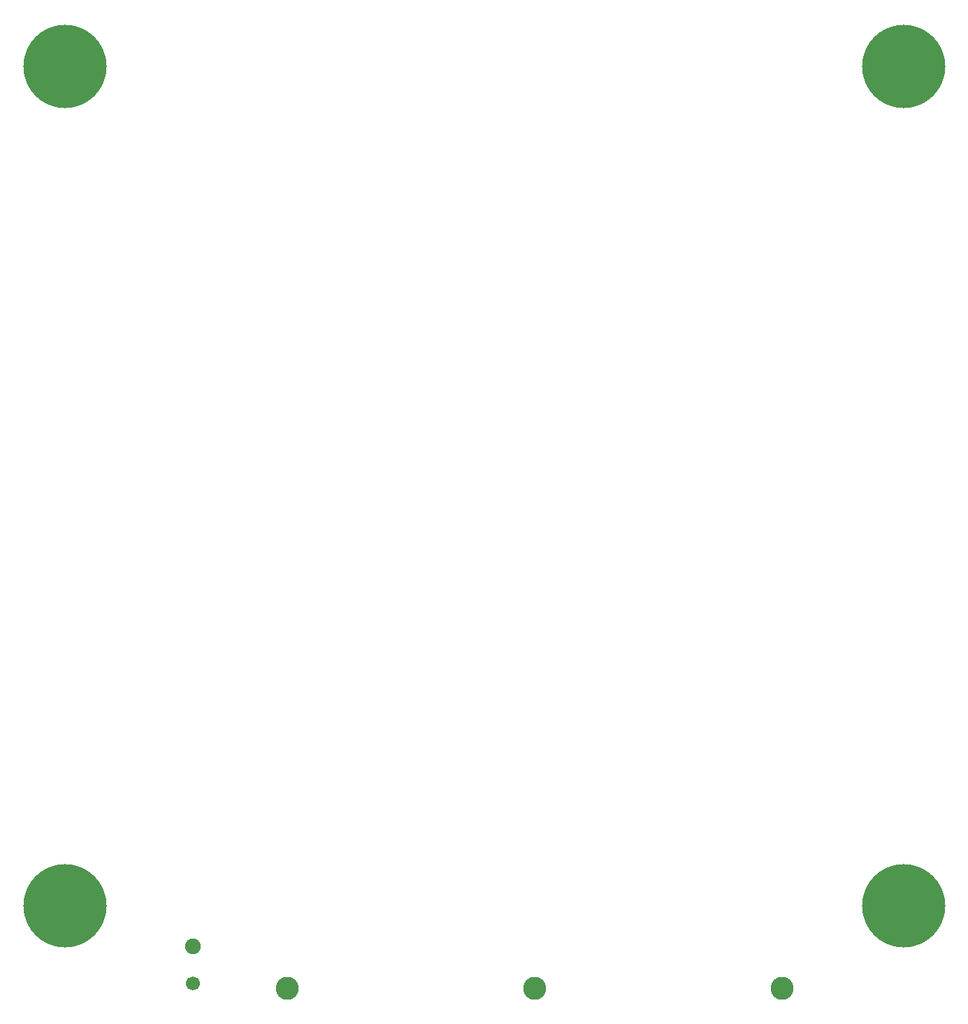
<source format=gbs>
G04 #@! TF.GenerationSoftware,KiCad,Pcbnew,(5.1.6)-1*
G04 #@! TF.CreationDate,2022-06-13T23:48:11-07:00*
G04 #@! TF.ProjectId,High current 4x1 LED mux,48696768-2063-4757-9272-656e74203478,rev?*
G04 #@! TF.SameCoordinates,Original*
G04 #@! TF.FileFunction,Soldermask,Bot*
G04 #@! TF.FilePolarity,Negative*
%FSLAX46Y46*%
G04 Gerber Fmt 4.6, Leading zero omitted, Abs format (unit mm)*
G04 Created by KiCad (PCBNEW (5.1.6)-1) date 2022-06-13 23:48:11*
%MOMM*%
%LPD*%
G01*
G04 APERTURE LIST*
%ADD10C,10.100000*%
%ADD11C,1.900000*%
%ADD12C,1.700000*%
%ADD13C,2.790000*%
G04 APERTURE END LIST*
D10*
X188610000Y-147580000D03*
D11*
X102500000Y-152500000D03*
D12*
X102500000Y-157000000D03*
D13*
X173920000Y-157580000D03*
X113980000Y-157580000D03*
X143950000Y-157580000D03*
D10*
X87000000Y-147600000D03*
X188600000Y-46000000D03*
X87000000Y-46000000D03*
M02*

</source>
